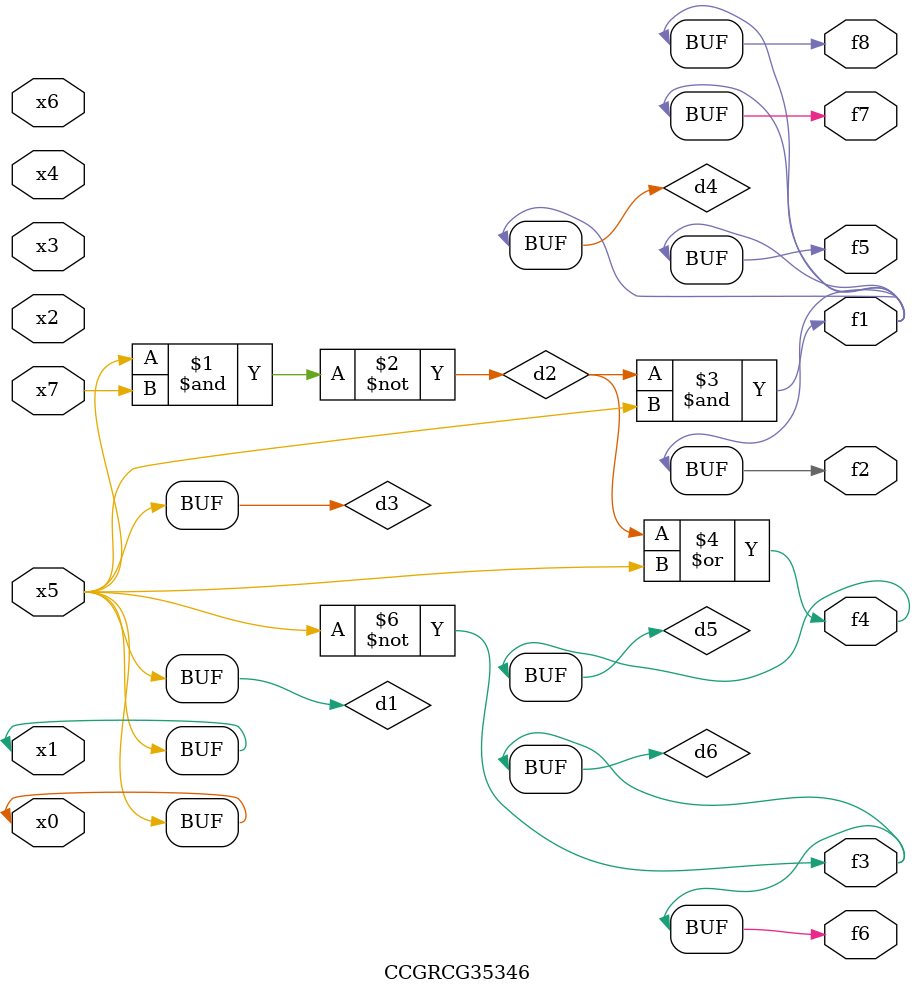
<source format=v>
module CCGRCG35346(
	input x0, x1, x2, x3, x4, x5, x6, x7,
	output f1, f2, f3, f4, f5, f6, f7, f8
);

	wire d1, d2, d3, d4, d5, d6;

	buf (d1, x0, x5);
	nand (d2, x5, x7);
	buf (d3, x0, x1);
	and (d4, d2, d3);
	or (d5, d2, d3);
	nor (d6, d1, d3);
	assign f1 = d4;
	assign f2 = d4;
	assign f3 = d6;
	assign f4 = d5;
	assign f5 = d4;
	assign f6 = d6;
	assign f7 = d4;
	assign f8 = d4;
endmodule

</source>
